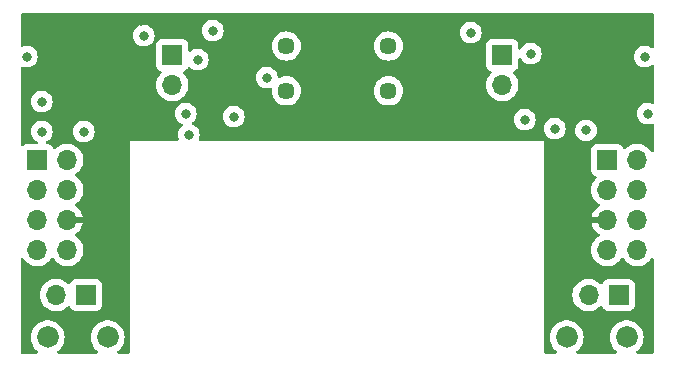
<source format=gbr>
%TF.GenerationSoftware,KiCad,Pcbnew,8.0.4*%
%TF.CreationDate,2024-08-21T15:04:29-06:00*%
%TF.ProjectId,Breadboard Power Supply,42726561-6462-46f6-9172-6420506f7765,v1*%
%TF.SameCoordinates,Original*%
%TF.FileFunction,Copper,L2,Inr*%
%TF.FilePolarity,Positive*%
%FSLAX46Y46*%
G04 Gerber Fmt 4.6, Leading zero omitted, Abs format (unit mm)*
G04 Created by KiCad (PCBNEW 8.0.4) date 2024-08-21 15:04:29*
%MOMM*%
%LPD*%
G01*
G04 APERTURE LIST*
%TA.AperFunction,ComponentPad*%
%ADD10C,1.450000*%
%TD*%
%TA.AperFunction,ComponentPad*%
%ADD11R,1.700000X1.700000*%
%TD*%
%TA.AperFunction,ComponentPad*%
%ADD12O,1.700000X1.700000*%
%TD*%
%TA.AperFunction,ComponentPad*%
%ADD13C,1.830000*%
%TD*%
%TA.AperFunction,ViaPad*%
%ADD14C,0.800000*%
%TD*%
G04 APERTURE END LIST*
D10*
%TO.N,GND*%
%TO.C,J1*%
X132592000Y-77974000D03*
X123952000Y-77974000D03*
X132592000Y-81774000D03*
X123952000Y-81774000D03*
%TD*%
D11*
%TO.N,+1V8*%
%TO.C,J4*%
X151130000Y-87630000D03*
D12*
%TO.N,/TOP_POWER_RAIL*%
X153670000Y-87630000D03*
%TO.N,+3.3V*%
X151130000Y-90170000D03*
%TO.N,/TOP_POWER_RAIL*%
X153670000Y-90170000D03*
%TO.N,VBUS*%
X151130000Y-92710000D03*
%TO.N,/TOP_POWER_RAIL*%
X153670000Y-92710000D03*
%TO.N,+12V*%
X151130000Y-95250000D03*
%TO.N,/TOP_POWER_RAIL*%
X153670000Y-95250000D03*
%TD*%
D11*
%TO.N,/BOTTOM_POWER_RAIL*%
%TO.C,J5*%
X102870000Y-87630000D03*
D12*
%TO.N,+1V8*%
X105410000Y-87630000D03*
%TO.N,/BOTTOM_POWER_RAIL*%
X102870000Y-90170000D03*
%TO.N,+3.3V*%
X105410000Y-90170000D03*
%TO.N,/BOTTOM_POWER_RAIL*%
X102870000Y-92710000D03*
%TO.N,VBUS*%
X105410000Y-92710000D03*
%TO.N,/BOTTOM_POWER_RAIL*%
X102870000Y-95250000D03*
%TO.N,+12V*%
X105410000Y-95250000D03*
%TD*%
D13*
%TO.N,GND*%
%TO.C,TP1*%
X103759000Y-102638000D03*
X108839000Y-102638000D03*
%TD*%
%TO.N,GND*%
%TO.C,TP4*%
X147701000Y-102638000D03*
X152781000Y-102638000D03*
%TD*%
D11*
%TO.N,GND*%
%TO.C,J10*%
X114300000Y-78740000D03*
D12*
X114300000Y-81280000D03*
%TD*%
D11*
%TO.N,/TOP_POWER_RAIL*%
%TO.C,J8*%
X152082500Y-99060000D03*
D12*
%TO.N,GND*%
X149542500Y-99060000D03*
%TD*%
D11*
%TO.N,GND*%
%TO.C,J11*%
X142240000Y-78740000D03*
D12*
X142240000Y-81280000D03*
%TD*%
D11*
%TO.N,/BOTTOM_POWER_RAIL*%
%TO.C,J9*%
X106997500Y-99060000D03*
D12*
%TO.N,GND*%
X104457500Y-99060000D03*
%TD*%
D14*
%TO.N,+1V8*%
X101981000Y-78867000D03*
X103251000Y-82677000D03*
%TO.N,GND*%
X154559000Y-83693000D03*
X139573000Y-76835000D03*
X149328930Y-85113070D03*
X144145000Y-84201000D03*
X119507000Y-83947000D03*
X103251000Y-85217000D03*
X106807000Y-85217000D03*
X117729000Y-76667000D03*
X115697000Y-85471000D03*
%TO.N,+3.3V*%
X154305000Y-78867000D03*
X144653000Y-78613000D03*
X146685000Y-84963000D03*
%TO.N,+1V8*%
X111887000Y-77089000D03*
%TO.N,+12V*%
X115443000Y-83693000D03*
X116459000Y-79121000D03*
X122301000Y-80645000D03*
%TO.N,VBUS*%
X126619000Y-80645000D03*
X121793000Y-76667000D03*
X129921000Y-80645000D03*
X144907000Y-81153000D03*
X111633000Y-75819000D03*
X150155000Y-83439000D03*
X122301000Y-84709000D03*
X135763000Y-78105000D03*
X121793000Y-78359000D03*
%TD*%
%TA.AperFunction,Conductor*%
%TO.N,VBUS*%
G36*
X155010039Y-75203685D02*
G01*
X155055794Y-75256489D01*
X155067000Y-75308000D01*
X155067000Y-78054294D01*
X155047315Y-78121333D01*
X154994511Y-78167088D01*
X154925353Y-78177032D01*
X154870114Y-78154612D01*
X154761752Y-78075882D01*
X154587288Y-77998206D01*
X154587286Y-77998205D01*
X154400487Y-77958500D01*
X154209513Y-77958500D01*
X154022714Y-77998205D01*
X153848246Y-78075883D01*
X153693745Y-78188135D01*
X153565959Y-78330057D01*
X153470473Y-78495443D01*
X153470470Y-78495450D01*
X153438740Y-78593106D01*
X153411458Y-78677072D01*
X153391496Y-78867000D01*
X153411458Y-79056928D01*
X153411459Y-79056931D01*
X153470470Y-79238549D01*
X153470473Y-79238556D01*
X153565960Y-79403944D01*
X153693747Y-79545866D01*
X153848248Y-79658118D01*
X154022712Y-79735794D01*
X154209513Y-79775500D01*
X154400487Y-79775500D01*
X154587288Y-79735794D01*
X154761752Y-79658118D01*
X154870116Y-79579385D01*
X154935920Y-79555907D01*
X155003974Y-79571732D01*
X155052669Y-79621837D01*
X155067000Y-79679705D01*
X155067000Y-82733756D01*
X155047315Y-82800795D01*
X154994511Y-82846550D01*
X154925353Y-82856494D01*
X154892565Y-82847036D01*
X154841288Y-82824206D01*
X154841286Y-82824205D01*
X154654487Y-82784500D01*
X154463513Y-82784500D01*
X154276714Y-82824205D01*
X154102246Y-82901883D01*
X153947745Y-83014135D01*
X153819959Y-83156057D01*
X153724473Y-83321443D01*
X153724470Y-83321450D01*
X153676816Y-83468116D01*
X153665458Y-83503072D01*
X153645496Y-83693000D01*
X153665458Y-83882928D01*
X153665459Y-83882931D01*
X153724470Y-84064549D01*
X153724473Y-84064556D01*
X153819960Y-84229944D01*
X153947747Y-84371866D01*
X154102248Y-84484118D01*
X154276712Y-84561794D01*
X154463513Y-84601500D01*
X154654487Y-84601500D01*
X154841288Y-84561794D01*
X154892565Y-84538963D01*
X154961813Y-84529679D01*
X155025090Y-84559307D01*
X155062304Y-84618441D01*
X155067000Y-84652243D01*
X155067000Y-86867976D01*
X155047315Y-86935015D01*
X154994511Y-86980770D01*
X154925353Y-86990714D01*
X154861797Y-86961689D01*
X154839192Y-86935798D01*
X154745723Y-86792734D01*
X154745715Y-86792723D01*
X154593243Y-86627097D01*
X154593238Y-86627092D01*
X154415577Y-86488812D01*
X154415572Y-86488808D01*
X154217580Y-86381661D01*
X154217577Y-86381659D01*
X154217574Y-86381658D01*
X154217571Y-86381657D01*
X154217569Y-86381656D01*
X154004637Y-86308556D01*
X153782569Y-86271500D01*
X153557431Y-86271500D01*
X153335362Y-86308556D01*
X153122430Y-86381656D01*
X153122419Y-86381661D01*
X152924427Y-86488808D01*
X152924422Y-86488812D01*
X152746761Y-86627092D01*
X152683548Y-86695760D01*
X152623661Y-86731750D01*
X152553823Y-86729649D01*
X152496207Y-86690124D01*
X152476138Y-86655110D01*
X152430889Y-86533796D01*
X152397214Y-86488812D01*
X152343261Y-86416739D01*
X152226204Y-86329111D01*
X152089203Y-86278011D01*
X152028654Y-86271500D01*
X152028638Y-86271500D01*
X150231362Y-86271500D01*
X150231345Y-86271500D01*
X150170797Y-86278011D01*
X150170795Y-86278011D01*
X150033795Y-86329111D01*
X149916739Y-86416739D01*
X149829111Y-86533795D01*
X149778011Y-86670795D01*
X149778011Y-86670797D01*
X149771500Y-86731345D01*
X149771500Y-88528654D01*
X149778011Y-88589202D01*
X149778011Y-88589204D01*
X149829111Y-88726204D01*
X149916739Y-88843261D01*
X150033796Y-88930889D01*
X150085737Y-88950262D01*
X150151595Y-88974827D01*
X150207528Y-89016699D01*
X150231944Y-89082163D01*
X150217092Y-89150436D01*
X150199490Y-89174991D01*
X150054279Y-89332730D01*
X150054276Y-89332734D01*
X149931140Y-89521207D01*
X149840703Y-89727385D01*
X149785436Y-89945628D01*
X149785434Y-89945640D01*
X149766844Y-90169994D01*
X149766844Y-90170005D01*
X149785434Y-90394359D01*
X149785436Y-90394371D01*
X149840703Y-90612614D01*
X149931140Y-90818792D01*
X150054276Y-91007265D01*
X150054284Y-91007276D01*
X150206756Y-91172902D01*
X150206760Y-91172906D01*
X150384424Y-91311189D01*
X150420930Y-91330945D01*
X150427695Y-91334606D01*
X150477286Y-91383825D01*
X150492394Y-91452042D01*
X150468224Y-91517597D01*
X150439802Y-91545236D01*
X150258922Y-91671890D01*
X150258920Y-91671891D01*
X150091891Y-91838920D01*
X150091886Y-91838926D01*
X149956400Y-92032420D01*
X149956399Y-92032422D01*
X149856570Y-92246507D01*
X149856567Y-92246513D01*
X149799364Y-92459999D01*
X149799364Y-92460000D01*
X150696988Y-92460000D01*
X150664075Y-92517007D01*
X150630000Y-92644174D01*
X150630000Y-92775826D01*
X150664075Y-92902993D01*
X150696988Y-92960000D01*
X149799364Y-92960000D01*
X149856567Y-93173486D01*
X149856570Y-93173492D01*
X149956399Y-93387578D01*
X150091894Y-93581082D01*
X150258917Y-93748105D01*
X150439802Y-93874763D01*
X150483427Y-93929340D01*
X150490619Y-93998839D01*
X150459097Y-94061193D01*
X150427697Y-94085392D01*
X150384427Y-94108809D01*
X150384422Y-94108812D01*
X150206761Y-94247092D01*
X150206756Y-94247097D01*
X150054284Y-94412723D01*
X150054276Y-94412734D01*
X149931140Y-94601207D01*
X149840703Y-94807385D01*
X149785436Y-95025628D01*
X149785434Y-95025640D01*
X149766844Y-95249994D01*
X149766844Y-95250005D01*
X149785434Y-95474359D01*
X149785436Y-95474371D01*
X149840703Y-95692614D01*
X149931140Y-95898792D01*
X150054276Y-96087265D01*
X150054284Y-96087276D01*
X150206756Y-96252902D01*
X150206760Y-96252906D01*
X150384424Y-96391189D01*
X150384425Y-96391189D01*
X150384427Y-96391191D01*
X150511135Y-96459761D01*
X150582426Y-96498342D01*
X150795365Y-96571444D01*
X151017431Y-96608500D01*
X151242569Y-96608500D01*
X151464635Y-96571444D01*
X151677574Y-96498342D01*
X151875576Y-96391189D01*
X152053240Y-96252906D01*
X152205722Y-96087268D01*
X152296193Y-95948790D01*
X152349338Y-95903437D01*
X152418569Y-95894013D01*
X152481905Y-95923515D01*
X152503804Y-95948787D01*
X152594278Y-96087268D01*
X152594283Y-96087273D01*
X152594284Y-96087276D01*
X152746756Y-96252902D01*
X152746760Y-96252906D01*
X152924424Y-96391189D01*
X152924425Y-96391189D01*
X152924427Y-96391191D01*
X153051135Y-96459761D01*
X153122426Y-96498342D01*
X153335365Y-96571444D01*
X153557431Y-96608500D01*
X153782569Y-96608500D01*
X154004635Y-96571444D01*
X154217574Y-96498342D01*
X154415576Y-96391189D01*
X154593240Y-96252906D01*
X154745722Y-96087268D01*
X154839193Y-95944198D01*
X154892338Y-95898845D01*
X154961569Y-95889421D01*
X155024905Y-95918923D01*
X155062236Y-95977983D01*
X155067000Y-96012023D01*
X155067000Y-103889000D01*
X155047315Y-103956039D01*
X154994511Y-104001794D01*
X154943000Y-104013000D01*
X153693201Y-104013000D01*
X153626162Y-103993315D01*
X153580407Y-103940511D01*
X153570463Y-103871353D01*
X153599488Y-103807797D01*
X153617039Y-103791147D01*
X153656632Y-103760329D01*
X153748415Y-103688893D01*
X153908192Y-103515329D01*
X154037222Y-103317833D01*
X154131985Y-103101794D01*
X154189898Y-102873103D01*
X154209379Y-102638000D01*
X154189898Y-102402897D01*
X154131985Y-102174206D01*
X154037222Y-101958167D01*
X153908194Y-101760673D01*
X153880620Y-101730719D01*
X153748415Y-101587107D01*
X153748410Y-101587103D01*
X153748407Y-101587100D01*
X153562257Y-101442214D01*
X153562246Y-101442207D01*
X153354779Y-101329932D01*
X153354776Y-101329931D01*
X153354773Y-101329929D01*
X153354767Y-101329927D01*
X153354765Y-101329926D01*
X153131648Y-101253329D01*
X152898955Y-101214500D01*
X152663045Y-101214500D01*
X152430351Y-101253329D01*
X152207234Y-101329926D01*
X152207220Y-101329932D01*
X151999753Y-101442207D01*
X151999742Y-101442214D01*
X151813592Y-101587100D01*
X151813582Y-101587110D01*
X151653805Y-101760673D01*
X151524777Y-101958167D01*
X151430015Y-102174206D01*
X151372102Y-102402896D01*
X151372100Y-102402904D01*
X151352621Y-102637994D01*
X151352621Y-102638005D01*
X151372100Y-102873095D01*
X151372102Y-102873103D01*
X151430015Y-103101793D01*
X151524777Y-103317832D01*
X151653805Y-103515326D01*
X151653808Y-103515329D01*
X151813585Y-103688893D01*
X151873840Y-103735791D01*
X151944961Y-103791147D01*
X151985774Y-103847857D01*
X151989449Y-103917630D01*
X151954817Y-103978313D01*
X151892876Y-104010640D01*
X151868799Y-104013000D01*
X148613201Y-104013000D01*
X148546162Y-103993315D01*
X148500407Y-103940511D01*
X148490463Y-103871353D01*
X148519488Y-103807797D01*
X148537039Y-103791147D01*
X148576632Y-103760329D01*
X148668415Y-103688893D01*
X148828192Y-103515329D01*
X148957222Y-103317833D01*
X149051985Y-103101794D01*
X149109898Y-102873103D01*
X149129379Y-102638000D01*
X149109898Y-102402897D01*
X149051985Y-102174206D01*
X148957222Y-101958167D01*
X148828194Y-101760673D01*
X148800620Y-101730719D01*
X148668415Y-101587107D01*
X148668410Y-101587103D01*
X148668407Y-101587100D01*
X148482257Y-101442214D01*
X148482246Y-101442207D01*
X148274779Y-101329932D01*
X148274776Y-101329931D01*
X148274773Y-101329929D01*
X148274767Y-101329927D01*
X148274765Y-101329926D01*
X148051648Y-101253329D01*
X147818955Y-101214500D01*
X147583045Y-101214500D01*
X147350351Y-101253329D01*
X147127234Y-101329926D01*
X147127220Y-101329932D01*
X146919753Y-101442207D01*
X146919742Y-101442214D01*
X146733592Y-101587100D01*
X146733582Y-101587110D01*
X146573805Y-101760673D01*
X146444777Y-101958167D01*
X146350015Y-102174206D01*
X146292102Y-102402896D01*
X146292100Y-102402904D01*
X146272621Y-102637994D01*
X146272621Y-102638005D01*
X146292100Y-102873095D01*
X146292102Y-102873103D01*
X146350015Y-103101793D01*
X146444777Y-103317832D01*
X146573805Y-103515326D01*
X146573808Y-103515329D01*
X146733585Y-103688893D01*
X146793840Y-103735791D01*
X146864961Y-103791147D01*
X146905774Y-103847857D01*
X146909449Y-103917630D01*
X146874817Y-103978313D01*
X146812876Y-104010640D01*
X146788799Y-104013000D01*
X145920000Y-104013000D01*
X145852961Y-103993315D01*
X145807206Y-103940511D01*
X145796000Y-103889000D01*
X145796000Y-99059994D01*
X148179344Y-99059994D01*
X148179344Y-99060005D01*
X148197934Y-99284359D01*
X148197936Y-99284371D01*
X148253203Y-99502614D01*
X148343640Y-99708792D01*
X148466776Y-99897265D01*
X148466784Y-99897276D01*
X148593467Y-100034888D01*
X148619260Y-100062906D01*
X148796924Y-100201189D01*
X148796925Y-100201189D01*
X148796927Y-100201191D01*
X148923635Y-100269761D01*
X148994926Y-100308342D01*
X149207865Y-100381444D01*
X149429931Y-100418500D01*
X149655069Y-100418500D01*
X149877135Y-100381444D01*
X150090074Y-100308342D01*
X150288076Y-100201189D01*
X150465740Y-100062906D01*
X150528952Y-99994239D01*
X150588837Y-99958250D01*
X150658675Y-99960349D01*
X150716291Y-99999873D01*
X150736361Y-100034888D01*
X150781611Y-100156204D01*
X150869239Y-100273261D01*
X150986296Y-100360889D01*
X151123299Y-100411989D01*
X151150550Y-100414918D01*
X151183845Y-100418499D01*
X151183862Y-100418500D01*
X152981138Y-100418500D01*
X152981154Y-100418499D01*
X153008192Y-100415591D01*
X153041701Y-100411989D01*
X153178704Y-100360889D01*
X153295761Y-100273261D01*
X153383389Y-100156204D01*
X153434489Y-100019201D01*
X153438091Y-99985692D01*
X153440999Y-99958654D01*
X153441000Y-99958637D01*
X153441000Y-98161362D01*
X153440999Y-98161345D01*
X153437172Y-98125759D01*
X153434489Y-98100799D01*
X153383389Y-97963796D01*
X153295761Y-97846739D01*
X153178704Y-97759111D01*
X153041703Y-97708011D01*
X152981154Y-97701500D01*
X152981138Y-97701500D01*
X151183862Y-97701500D01*
X151183845Y-97701500D01*
X151123297Y-97708011D01*
X151123295Y-97708011D01*
X150986295Y-97759111D01*
X150869239Y-97846739D01*
X150781611Y-97963795D01*
X150736361Y-98085111D01*
X150694489Y-98141044D01*
X150629024Y-98165460D01*
X150560752Y-98150607D01*
X150528954Y-98125762D01*
X150465740Y-98057094D01*
X150288076Y-97918811D01*
X150288075Y-97918810D01*
X150288072Y-97918808D01*
X150090080Y-97811661D01*
X150090077Y-97811659D01*
X150090074Y-97811658D01*
X150090071Y-97811657D01*
X150090069Y-97811656D01*
X149877137Y-97738556D01*
X149655069Y-97701500D01*
X149429931Y-97701500D01*
X149207862Y-97738556D01*
X148994930Y-97811656D01*
X148994919Y-97811661D01*
X148796927Y-97918808D01*
X148796922Y-97918812D01*
X148619261Y-98057092D01*
X148619256Y-98057097D01*
X148466784Y-98222723D01*
X148466776Y-98222734D01*
X148343640Y-98411207D01*
X148253203Y-98617385D01*
X148197936Y-98835628D01*
X148197934Y-98835640D01*
X148179344Y-99059994D01*
X145796000Y-99059994D01*
X145796000Y-85979000D01*
X116657865Y-85979000D01*
X116590826Y-85959315D01*
X116545071Y-85906511D01*
X116535127Y-85837353D01*
X116539934Y-85816682D01*
X116590542Y-85660928D01*
X116610504Y-85471000D01*
X116590542Y-85281072D01*
X116531527Y-85099444D01*
X116436040Y-84934056D01*
X116308253Y-84792134D01*
X116153752Y-84679882D01*
X116025400Y-84622736D01*
X115972163Y-84577486D01*
X115951842Y-84510637D01*
X115970887Y-84443414D01*
X116002951Y-84409139D01*
X116054253Y-84371866D01*
X116182040Y-84229944D01*
X116277527Y-84064556D01*
X116315724Y-83947000D01*
X118593496Y-83947000D01*
X118613458Y-84136928D01*
X118613459Y-84136931D01*
X118672470Y-84318549D01*
X118672473Y-84318556D01*
X118767960Y-84483944D01*
X118838692Y-84562500D01*
X118892929Y-84622737D01*
X118895747Y-84625866D01*
X119050248Y-84738118D01*
X119224712Y-84815794D01*
X119411513Y-84855500D01*
X119602487Y-84855500D01*
X119789288Y-84815794D01*
X119963752Y-84738118D01*
X120118253Y-84625866D01*
X120246040Y-84483944D01*
X120341527Y-84318556D01*
X120379724Y-84201000D01*
X143231496Y-84201000D01*
X143251458Y-84390928D01*
X143251459Y-84390931D01*
X143310470Y-84572549D01*
X143310473Y-84572556D01*
X143405960Y-84737944D01*
X143533747Y-84879866D01*
X143688248Y-84992118D01*
X143862712Y-85069794D01*
X144049513Y-85109500D01*
X144240487Y-85109500D01*
X144427288Y-85069794D01*
X144601752Y-84992118D01*
X144641829Y-84963000D01*
X145771496Y-84963000D01*
X145791458Y-85152928D01*
X145791459Y-85152931D01*
X145850470Y-85334549D01*
X145850473Y-85334556D01*
X145945960Y-85499944D01*
X146073747Y-85641866D01*
X146228248Y-85754118D01*
X146402712Y-85831794D01*
X146589513Y-85871500D01*
X146780487Y-85871500D01*
X146967288Y-85831794D01*
X147141752Y-85754118D01*
X147296253Y-85641866D01*
X147424040Y-85499944D01*
X147519527Y-85334556D01*
X147578542Y-85152928D01*
X147582731Y-85113070D01*
X148415426Y-85113070D01*
X148435388Y-85302998D01*
X148435389Y-85303001D01*
X148494400Y-85484619D01*
X148494403Y-85484626D01*
X148589890Y-85650014D01*
X148717677Y-85791936D01*
X148872178Y-85904188D01*
X149046642Y-85981864D01*
X149233443Y-86021570D01*
X149424417Y-86021570D01*
X149611218Y-85981864D01*
X149785682Y-85904188D01*
X149940183Y-85791936D01*
X150067970Y-85650014D01*
X150163457Y-85484626D01*
X150222472Y-85302998D01*
X150242434Y-85113070D01*
X150222472Y-84923142D01*
X150163457Y-84741514D01*
X150067970Y-84576126D01*
X149940183Y-84434204D01*
X149785682Y-84321952D01*
X149611218Y-84244276D01*
X149611216Y-84244275D01*
X149424417Y-84204570D01*
X149233443Y-84204570D01*
X149046644Y-84244275D01*
X149046642Y-84244276D01*
X148879822Y-84318549D01*
X148872176Y-84321953D01*
X148717675Y-84434205D01*
X148589889Y-84576127D01*
X148494403Y-84741513D01*
X148494400Y-84741520D01*
X148457366Y-84855500D01*
X148435388Y-84923142D01*
X148415426Y-85113070D01*
X147582731Y-85113070D01*
X147598504Y-84963000D01*
X147578542Y-84773072D01*
X147519527Y-84591444D01*
X147424040Y-84426056D01*
X147296253Y-84284134D01*
X147141752Y-84171882D01*
X146967288Y-84094206D01*
X146967286Y-84094205D01*
X146780487Y-84054500D01*
X146589513Y-84054500D01*
X146402714Y-84094205D01*
X146228246Y-84171883D01*
X146073745Y-84284135D01*
X145945959Y-84426057D01*
X145850473Y-84591443D01*
X145850470Y-84591450D01*
X145791459Y-84773068D01*
X145791458Y-84773072D01*
X145771496Y-84963000D01*
X144641829Y-84963000D01*
X144756253Y-84879866D01*
X144884040Y-84737944D01*
X144979527Y-84572556D01*
X145038542Y-84390928D01*
X145058504Y-84201000D01*
X145038542Y-84011072D01*
X144979527Y-83829444D01*
X144884040Y-83664056D01*
X144756253Y-83522134D01*
X144601752Y-83409882D01*
X144427288Y-83332206D01*
X144427286Y-83332205D01*
X144240487Y-83292500D01*
X144049513Y-83292500D01*
X143862714Y-83332205D01*
X143688246Y-83409883D01*
X143533745Y-83522135D01*
X143405959Y-83664057D01*
X143310473Y-83829443D01*
X143310470Y-83829450D01*
X143272276Y-83947000D01*
X143251458Y-84011072D01*
X143231496Y-84201000D01*
X120379724Y-84201000D01*
X120400542Y-84136928D01*
X120420504Y-83947000D01*
X120400542Y-83757072D01*
X120341527Y-83575444D01*
X120246040Y-83410056D01*
X120118253Y-83268134D01*
X119963752Y-83155882D01*
X119789288Y-83078206D01*
X119789286Y-83078205D01*
X119602487Y-83038500D01*
X119411513Y-83038500D01*
X119224714Y-83078205D01*
X119050246Y-83155883D01*
X118895745Y-83268135D01*
X118767959Y-83410057D01*
X118672473Y-83575443D01*
X118672470Y-83575450D01*
X118634276Y-83693000D01*
X118613458Y-83757072D01*
X118593496Y-83947000D01*
X116315724Y-83947000D01*
X116336542Y-83882928D01*
X116356504Y-83693000D01*
X116336542Y-83503072D01*
X116277527Y-83321444D01*
X116182040Y-83156056D01*
X116054253Y-83014134D01*
X115899752Y-82901882D01*
X115725288Y-82824206D01*
X115725286Y-82824205D01*
X115538487Y-82784500D01*
X115347513Y-82784500D01*
X115160714Y-82824205D01*
X114986246Y-82901883D01*
X114831745Y-83014135D01*
X114703959Y-83156057D01*
X114608473Y-83321443D01*
X114608470Y-83321450D01*
X114560816Y-83468116D01*
X114549458Y-83503072D01*
X114529496Y-83693000D01*
X114549458Y-83882928D01*
X114549459Y-83882931D01*
X114608470Y-84064549D01*
X114608473Y-84064556D01*
X114703960Y-84229944D01*
X114831747Y-84371866D01*
X114986248Y-84484118D01*
X115114600Y-84541263D01*
X115167835Y-84586512D01*
X115188157Y-84653361D01*
X115169112Y-84720585D01*
X115137050Y-84754859D01*
X115085746Y-84792134D01*
X114957959Y-84934057D01*
X114862473Y-85099443D01*
X114862470Y-85099450D01*
X114824276Y-85217000D01*
X114803458Y-85281072D01*
X114783496Y-85471000D01*
X114803458Y-85660928D01*
X114803459Y-85660931D01*
X114854066Y-85816682D01*
X114856061Y-85886523D01*
X114819981Y-85946356D01*
X114757280Y-85977184D01*
X114736135Y-85979000D01*
X110744000Y-85979000D01*
X110744000Y-103889000D01*
X110724315Y-103956039D01*
X110671511Y-104001794D01*
X110620000Y-104013000D01*
X109751201Y-104013000D01*
X109684162Y-103993315D01*
X109638407Y-103940511D01*
X109628463Y-103871353D01*
X109657488Y-103807797D01*
X109675039Y-103791147D01*
X109714632Y-103760329D01*
X109806415Y-103688893D01*
X109966192Y-103515329D01*
X110095222Y-103317833D01*
X110189985Y-103101794D01*
X110247898Y-102873103D01*
X110267379Y-102638000D01*
X110247898Y-102402897D01*
X110189985Y-102174206D01*
X110095222Y-101958167D01*
X109966194Y-101760673D01*
X109938620Y-101730719D01*
X109806415Y-101587107D01*
X109806410Y-101587103D01*
X109806407Y-101587100D01*
X109620257Y-101442214D01*
X109620246Y-101442207D01*
X109412779Y-101329932D01*
X109412776Y-101329931D01*
X109412773Y-101329929D01*
X109412767Y-101329927D01*
X109412765Y-101329926D01*
X109189648Y-101253329D01*
X108956955Y-101214500D01*
X108721045Y-101214500D01*
X108488351Y-101253329D01*
X108265234Y-101329926D01*
X108265220Y-101329932D01*
X108057753Y-101442207D01*
X108057742Y-101442214D01*
X107871592Y-101587100D01*
X107871582Y-101587110D01*
X107711805Y-101760673D01*
X107582777Y-101958167D01*
X107488015Y-102174206D01*
X107430102Y-102402896D01*
X107430100Y-102402904D01*
X107410621Y-102637994D01*
X107410621Y-102638005D01*
X107430100Y-102873095D01*
X107430102Y-102873103D01*
X107488015Y-103101793D01*
X107582777Y-103317832D01*
X107711805Y-103515326D01*
X107711808Y-103515329D01*
X107871585Y-103688893D01*
X107931840Y-103735791D01*
X108002961Y-103791147D01*
X108043774Y-103847857D01*
X108047449Y-103917630D01*
X108012817Y-103978313D01*
X107950876Y-104010640D01*
X107926799Y-104013000D01*
X104671201Y-104013000D01*
X104604162Y-103993315D01*
X104558407Y-103940511D01*
X104548463Y-103871353D01*
X104577488Y-103807797D01*
X104595039Y-103791147D01*
X104634632Y-103760329D01*
X104726415Y-103688893D01*
X104886192Y-103515329D01*
X105015222Y-103317833D01*
X105109985Y-103101794D01*
X105167898Y-102873103D01*
X105187379Y-102638000D01*
X105167898Y-102402897D01*
X105109985Y-102174206D01*
X105015222Y-101958167D01*
X104886194Y-101760673D01*
X104858620Y-101730719D01*
X104726415Y-101587107D01*
X104726410Y-101587103D01*
X104726407Y-101587100D01*
X104540257Y-101442214D01*
X104540246Y-101442207D01*
X104332779Y-101329932D01*
X104332776Y-101329931D01*
X104332773Y-101329929D01*
X104332767Y-101329927D01*
X104332765Y-101329926D01*
X104109648Y-101253329D01*
X103876955Y-101214500D01*
X103641045Y-101214500D01*
X103408351Y-101253329D01*
X103185234Y-101329926D01*
X103185220Y-101329932D01*
X102977753Y-101442207D01*
X102977742Y-101442214D01*
X102791592Y-101587100D01*
X102791582Y-101587110D01*
X102631805Y-101760673D01*
X102502777Y-101958167D01*
X102408015Y-102174206D01*
X102350102Y-102402896D01*
X102350100Y-102402904D01*
X102330621Y-102637994D01*
X102330621Y-102638005D01*
X102350100Y-102873095D01*
X102350102Y-102873103D01*
X102408015Y-103101793D01*
X102502777Y-103317832D01*
X102631805Y-103515326D01*
X102631808Y-103515329D01*
X102791585Y-103688893D01*
X102851840Y-103735791D01*
X102922961Y-103791147D01*
X102963774Y-103847857D01*
X102967449Y-103917630D01*
X102932817Y-103978313D01*
X102870876Y-104010640D01*
X102846799Y-104013000D01*
X101597000Y-104013000D01*
X101529961Y-103993315D01*
X101484206Y-103940511D01*
X101473000Y-103889000D01*
X101473000Y-99059994D01*
X103094344Y-99059994D01*
X103094344Y-99060005D01*
X103112934Y-99284359D01*
X103112936Y-99284371D01*
X103168203Y-99502614D01*
X103258640Y-99708792D01*
X103381776Y-99897265D01*
X103381784Y-99897276D01*
X103508467Y-100034888D01*
X103534260Y-100062906D01*
X103711924Y-100201189D01*
X103711925Y-100201189D01*
X103711927Y-100201191D01*
X103838635Y-100269761D01*
X103909926Y-100308342D01*
X104122865Y-100381444D01*
X104344931Y-100418500D01*
X104570069Y-100418500D01*
X104792135Y-100381444D01*
X105005074Y-100308342D01*
X105203076Y-100201189D01*
X105380740Y-100062906D01*
X105443952Y-99994239D01*
X105503837Y-99958250D01*
X105573675Y-99960349D01*
X105631291Y-99999873D01*
X105651361Y-100034888D01*
X105696611Y-100156204D01*
X105784239Y-100273261D01*
X105901296Y-100360889D01*
X106038299Y-100411989D01*
X106065550Y-100414918D01*
X106098845Y-100418499D01*
X106098862Y-100418500D01*
X107896138Y-100418500D01*
X107896154Y-100418499D01*
X107923192Y-100415591D01*
X107956701Y-100411989D01*
X108093704Y-100360889D01*
X108210761Y-100273261D01*
X108298389Y-100156204D01*
X108349489Y-100019201D01*
X108353091Y-99985692D01*
X108355999Y-99958654D01*
X108356000Y-99958637D01*
X108356000Y-98161362D01*
X108355999Y-98161345D01*
X108352172Y-98125759D01*
X108349489Y-98100799D01*
X108298389Y-97963796D01*
X108210761Y-97846739D01*
X108093704Y-97759111D01*
X107956703Y-97708011D01*
X107896154Y-97701500D01*
X107896138Y-97701500D01*
X106098862Y-97701500D01*
X106098845Y-97701500D01*
X106038297Y-97708011D01*
X106038295Y-97708011D01*
X105901295Y-97759111D01*
X105784239Y-97846739D01*
X105696611Y-97963795D01*
X105651361Y-98085111D01*
X105609489Y-98141044D01*
X105544024Y-98165460D01*
X105475752Y-98150607D01*
X105443954Y-98125762D01*
X105380740Y-98057094D01*
X105203076Y-97918811D01*
X105203075Y-97918810D01*
X105203072Y-97918808D01*
X105005080Y-97811661D01*
X105005077Y-97811659D01*
X105005074Y-97811658D01*
X105005071Y-97811657D01*
X105005069Y-97811656D01*
X104792137Y-97738556D01*
X104570069Y-97701500D01*
X104344931Y-97701500D01*
X104122862Y-97738556D01*
X103909930Y-97811656D01*
X103909919Y-97811661D01*
X103711927Y-97918808D01*
X103711922Y-97918812D01*
X103534261Y-98057092D01*
X103534256Y-98057097D01*
X103381784Y-98222723D01*
X103381776Y-98222734D01*
X103258640Y-98411207D01*
X103168203Y-98617385D01*
X103112936Y-98835628D01*
X103112934Y-98835640D01*
X103094344Y-99059994D01*
X101473000Y-99059994D01*
X101473000Y-96012023D01*
X101492685Y-95944984D01*
X101545489Y-95899229D01*
X101614647Y-95889285D01*
X101678203Y-95918310D01*
X101700804Y-95944195D01*
X101794278Y-96087268D01*
X101794283Y-96087273D01*
X101794284Y-96087276D01*
X101946756Y-96252902D01*
X101946760Y-96252906D01*
X102124424Y-96391189D01*
X102124425Y-96391189D01*
X102124427Y-96391191D01*
X102251135Y-96459761D01*
X102322426Y-96498342D01*
X102535365Y-96571444D01*
X102757431Y-96608500D01*
X102982569Y-96608500D01*
X103204635Y-96571444D01*
X103417574Y-96498342D01*
X103615576Y-96391189D01*
X103793240Y-96252906D01*
X103945722Y-96087268D01*
X104036193Y-95948790D01*
X104089338Y-95903437D01*
X104158569Y-95894013D01*
X104221905Y-95923515D01*
X104243804Y-95948787D01*
X104334278Y-96087268D01*
X104334283Y-96087273D01*
X104334284Y-96087276D01*
X104486756Y-96252902D01*
X104486760Y-96252906D01*
X104664424Y-96391189D01*
X104664425Y-96391189D01*
X104664427Y-96391191D01*
X104791135Y-96459761D01*
X104862426Y-96498342D01*
X105075365Y-96571444D01*
X105297431Y-96608500D01*
X105522569Y-96608500D01*
X105744635Y-96571444D01*
X105957574Y-96498342D01*
X106155576Y-96391189D01*
X106333240Y-96252906D01*
X106485722Y-96087268D01*
X106608860Y-95898791D01*
X106699296Y-95692616D01*
X106754564Y-95474368D01*
X106773156Y-95250000D01*
X106754564Y-95025632D01*
X106699296Y-94807384D01*
X106608860Y-94601209D01*
X106595706Y-94581076D01*
X106485723Y-94412734D01*
X106485715Y-94412723D01*
X106333243Y-94247097D01*
X106333238Y-94247092D01*
X106155577Y-94108812D01*
X106155577Y-94108811D01*
X106112303Y-94085393D01*
X106062713Y-94036173D01*
X106047605Y-93967957D01*
X106071775Y-93902401D01*
X106100198Y-93874763D01*
X106281079Y-93748108D01*
X106448105Y-93581082D01*
X106583600Y-93387578D01*
X106683429Y-93173492D01*
X106683432Y-93173486D01*
X106740636Y-92960000D01*
X105843012Y-92960000D01*
X105875925Y-92902993D01*
X105910000Y-92775826D01*
X105910000Y-92644174D01*
X105875925Y-92517007D01*
X105843012Y-92460000D01*
X106740636Y-92460000D01*
X106740635Y-92459999D01*
X106683432Y-92246513D01*
X106683429Y-92246507D01*
X106583600Y-92032422D01*
X106583599Y-92032420D01*
X106448113Y-91838926D01*
X106448108Y-91838920D01*
X106281082Y-91671894D01*
X106100197Y-91545236D01*
X106056572Y-91490659D01*
X106049380Y-91421160D01*
X106080902Y-91358806D01*
X106112300Y-91334608D01*
X106155576Y-91311189D01*
X106333240Y-91172906D01*
X106485722Y-91007268D01*
X106608860Y-90818791D01*
X106699296Y-90612616D01*
X106754564Y-90394368D01*
X106773156Y-90170000D01*
X106754564Y-89945632D01*
X106699296Y-89727384D01*
X106608860Y-89521209D01*
X106595706Y-89501076D01*
X106485723Y-89332734D01*
X106485715Y-89332723D01*
X106333243Y-89167097D01*
X106333238Y-89167092D01*
X106155577Y-89028812D01*
X106155578Y-89028812D01*
X106155576Y-89028811D01*
X106119070Y-89009055D01*
X106069479Y-88959836D01*
X106054371Y-88891619D01*
X106078541Y-88826064D01*
X106119070Y-88790945D01*
X106119084Y-88790936D01*
X106155576Y-88771189D01*
X106333240Y-88632906D01*
X106485722Y-88467268D01*
X106608860Y-88278791D01*
X106699296Y-88072616D01*
X106754564Y-87854368D01*
X106773156Y-87630000D01*
X106754564Y-87405632D01*
X106699296Y-87187384D01*
X106608860Y-86981209D01*
X106485722Y-86792732D01*
X106485719Y-86792729D01*
X106485715Y-86792723D01*
X106333243Y-86627097D01*
X106333238Y-86627092D01*
X106155577Y-86488812D01*
X106155572Y-86488808D01*
X105957580Y-86381661D01*
X105957577Y-86381659D01*
X105957574Y-86381658D01*
X105957571Y-86381657D01*
X105957569Y-86381656D01*
X105744637Y-86308556D01*
X105522569Y-86271500D01*
X105297431Y-86271500D01*
X105075362Y-86308556D01*
X104862430Y-86381656D01*
X104862419Y-86381661D01*
X104664427Y-86488808D01*
X104664422Y-86488812D01*
X104486761Y-86627092D01*
X104423548Y-86695760D01*
X104363661Y-86731750D01*
X104293823Y-86729649D01*
X104236207Y-86690124D01*
X104216138Y-86655110D01*
X104170889Y-86533796D01*
X104137214Y-86488812D01*
X104083261Y-86416739D01*
X103966204Y-86329111D01*
X103829203Y-86278011D01*
X103768654Y-86271500D01*
X103768638Y-86271500D01*
X103699559Y-86271500D01*
X103632520Y-86251815D01*
X103586765Y-86199011D01*
X103576821Y-86129853D01*
X103605846Y-86066297D01*
X103649121Y-86034221D01*
X103707752Y-86008118D01*
X103862253Y-85895866D01*
X103990040Y-85753944D01*
X104085527Y-85588556D01*
X104144542Y-85406928D01*
X104164504Y-85217000D01*
X105893496Y-85217000D01*
X105913458Y-85406928D01*
X105913459Y-85406931D01*
X105972470Y-85588549D01*
X105972473Y-85588556D01*
X106067960Y-85753944D01*
X106143062Y-85837353D01*
X106187334Y-85886523D01*
X106195747Y-85895866D01*
X106350248Y-86008118D01*
X106524712Y-86085794D01*
X106711513Y-86125500D01*
X106902487Y-86125500D01*
X107089288Y-86085794D01*
X107263752Y-86008118D01*
X107418253Y-85895866D01*
X107546040Y-85753944D01*
X107641527Y-85588556D01*
X107700542Y-85406928D01*
X107720504Y-85217000D01*
X107700542Y-85027072D01*
X107641527Y-84845444D01*
X107546040Y-84680056D01*
X107430981Y-84552270D01*
X107418254Y-84538135D01*
X107406616Y-84529679D01*
X107263752Y-84425882D01*
X107089288Y-84348206D01*
X107089286Y-84348205D01*
X106902487Y-84308500D01*
X106711513Y-84308500D01*
X106524714Y-84348205D01*
X106350246Y-84425883D01*
X106195745Y-84538135D01*
X106067959Y-84680057D01*
X105972473Y-84845443D01*
X105972470Y-84845450D01*
X105934276Y-84963000D01*
X105913458Y-85027072D01*
X105893496Y-85217000D01*
X104164504Y-85217000D01*
X104144542Y-85027072D01*
X104085527Y-84845444D01*
X103990040Y-84680056D01*
X103874981Y-84552270D01*
X103862254Y-84538135D01*
X103850616Y-84529679D01*
X103707752Y-84425882D01*
X103533288Y-84348206D01*
X103533286Y-84348205D01*
X103346487Y-84308500D01*
X103155513Y-84308500D01*
X102968714Y-84348205D01*
X102794246Y-84425883D01*
X102639745Y-84538135D01*
X102511959Y-84680057D01*
X102416473Y-84845443D01*
X102416470Y-84845450D01*
X102378276Y-84963000D01*
X102357458Y-85027072D01*
X102337496Y-85217000D01*
X102357458Y-85406928D01*
X102357459Y-85406931D01*
X102416470Y-85588549D01*
X102416473Y-85588556D01*
X102511960Y-85753944D01*
X102587062Y-85837353D01*
X102631334Y-85886523D01*
X102639747Y-85895866D01*
X102794248Y-86008118D01*
X102852877Y-86034221D01*
X102906113Y-86079470D01*
X102926435Y-86146319D01*
X102907390Y-86213543D01*
X102855024Y-86259799D01*
X102802441Y-86271500D01*
X101971345Y-86271500D01*
X101910797Y-86278011D01*
X101910795Y-86278011D01*
X101773795Y-86329111D01*
X101724530Y-86365991D01*
X101671309Y-86405831D01*
X101605847Y-86430248D01*
X101537574Y-86415396D01*
X101488168Y-86365991D01*
X101473000Y-86306564D01*
X101473000Y-82677000D01*
X102337496Y-82677000D01*
X102357458Y-82866928D01*
X102357459Y-82866931D01*
X102416470Y-83048549D01*
X102416473Y-83048556D01*
X102511960Y-83213944D01*
X102639747Y-83355866D01*
X102794248Y-83468118D01*
X102968712Y-83545794D01*
X103155513Y-83585500D01*
X103346487Y-83585500D01*
X103533288Y-83545794D01*
X103707752Y-83468118D01*
X103862253Y-83355866D01*
X103990040Y-83213944D01*
X104085527Y-83048556D01*
X104144542Y-82866928D01*
X104164504Y-82677000D01*
X104144542Y-82487072D01*
X104085527Y-82305444D01*
X103990040Y-82140056D01*
X103862253Y-81998134D01*
X103707752Y-81885882D01*
X103533288Y-81808206D01*
X103533286Y-81808205D01*
X103346487Y-81768500D01*
X103155513Y-81768500D01*
X102968714Y-81808205D01*
X102794246Y-81885883D01*
X102639745Y-81998135D01*
X102511959Y-82140057D01*
X102416473Y-82305443D01*
X102416470Y-82305450D01*
X102378864Y-82421191D01*
X102357458Y-82487072D01*
X102337496Y-82677000D01*
X101473000Y-82677000D01*
X101473000Y-81279994D01*
X112936844Y-81279994D01*
X112936844Y-81280005D01*
X112955434Y-81504359D01*
X112955436Y-81504371D01*
X113010703Y-81722614D01*
X113101140Y-81928792D01*
X113224276Y-82117265D01*
X113224284Y-82117276D01*
X113376756Y-82282902D01*
X113376760Y-82282906D01*
X113554424Y-82421189D01*
X113554425Y-82421189D01*
X113554427Y-82421191D01*
X113676158Y-82487068D01*
X113752426Y-82528342D01*
X113965365Y-82601444D01*
X114187431Y-82638500D01*
X114412569Y-82638500D01*
X114634635Y-82601444D01*
X114847574Y-82528342D01*
X115045576Y-82421189D01*
X115223240Y-82282906D01*
X115375722Y-82117268D01*
X115498860Y-81928791D01*
X115589296Y-81722616D01*
X115644564Y-81504368D01*
X115644565Y-81504359D01*
X115663156Y-81280005D01*
X115663156Y-81279994D01*
X115644565Y-81055640D01*
X115644563Y-81055628D01*
X115589296Y-80837385D01*
X115588218Y-80834928D01*
X115504909Y-80645000D01*
X121387496Y-80645000D01*
X121407458Y-80834928D01*
X121407459Y-80834931D01*
X121466470Y-81016549D01*
X121466473Y-81016556D01*
X121561960Y-81181944D01*
X121689747Y-81323866D01*
X121844248Y-81436118D01*
X122018712Y-81513794D01*
X122205513Y-81553500D01*
X122396487Y-81553500D01*
X122575543Y-81515440D01*
X122645209Y-81520756D01*
X122700942Y-81562893D01*
X122725048Y-81628472D01*
X122724851Y-81647536D01*
X122713788Y-81773996D01*
X122713788Y-81774001D01*
X122732598Y-81989007D01*
X122732600Y-81989018D01*
X122788458Y-82197485D01*
X122788460Y-82197489D01*
X122788461Y-82197493D01*
X122828288Y-82282902D01*
X122879676Y-82393105D01*
X122899341Y-82421189D01*
X123003475Y-82569907D01*
X123156093Y-82722525D01*
X123332894Y-82846323D01*
X123528507Y-82937539D01*
X123736987Y-82993401D01*
X123890567Y-83006837D01*
X123951998Y-83012212D01*
X123952000Y-83012212D01*
X123952002Y-83012212D01*
X124005753Y-83007509D01*
X124167013Y-82993401D01*
X124375493Y-82937539D01*
X124571106Y-82846323D01*
X124747907Y-82722525D01*
X124900525Y-82569907D01*
X125024323Y-82393106D01*
X125115539Y-82197493D01*
X125171401Y-81989013D01*
X125190212Y-81774000D01*
X125190212Y-81773998D01*
X131353788Y-81773998D01*
X131353788Y-81774001D01*
X131372598Y-81989007D01*
X131372600Y-81989018D01*
X131428458Y-82197485D01*
X131428460Y-82197489D01*
X131428461Y-82197493D01*
X131468288Y-82282902D01*
X131519676Y-82393105D01*
X131539341Y-82421189D01*
X131643475Y-82569907D01*
X131796093Y-82722525D01*
X131972894Y-82846323D01*
X132168507Y-82937539D01*
X132376987Y-82993401D01*
X132530567Y-83006837D01*
X132591998Y-83012212D01*
X132592000Y-83012212D01*
X132592002Y-83012212D01*
X132645753Y-83007509D01*
X132807013Y-82993401D01*
X133015493Y-82937539D01*
X133211106Y-82846323D01*
X133387907Y-82722525D01*
X133540525Y-82569907D01*
X133664323Y-82393106D01*
X133755539Y-82197493D01*
X133811401Y-81989013D01*
X133830212Y-81774000D01*
X133811401Y-81558987D01*
X133755539Y-81350507D01*
X133722658Y-81279994D01*
X140876844Y-81279994D01*
X140876844Y-81280005D01*
X140895434Y-81504359D01*
X140895436Y-81504371D01*
X140950703Y-81722614D01*
X141041140Y-81928792D01*
X141164276Y-82117265D01*
X141164284Y-82117276D01*
X141316756Y-82282902D01*
X141316760Y-82282906D01*
X141494424Y-82421189D01*
X141494425Y-82421189D01*
X141494427Y-82421191D01*
X141616158Y-82487068D01*
X141692426Y-82528342D01*
X141905365Y-82601444D01*
X142127431Y-82638500D01*
X142352569Y-82638500D01*
X142574635Y-82601444D01*
X142787574Y-82528342D01*
X142985576Y-82421189D01*
X143163240Y-82282906D01*
X143315722Y-82117268D01*
X143438860Y-81928791D01*
X143529296Y-81722616D01*
X143584564Y-81504368D01*
X143584565Y-81504359D01*
X143603156Y-81280005D01*
X143603156Y-81279994D01*
X143584565Y-81055640D01*
X143584563Y-81055628D01*
X143529296Y-80837385D01*
X143528218Y-80834928D01*
X143438860Y-80631209D01*
X143425305Y-80610462D01*
X143315723Y-80442734D01*
X143315715Y-80442723D01*
X143170510Y-80284991D01*
X143139587Y-80222337D01*
X143147447Y-80152911D01*
X143191594Y-80098755D01*
X143218405Y-80084827D01*
X143298584Y-80054920D01*
X143336204Y-80040889D01*
X143453261Y-79953261D01*
X143540889Y-79836204D01*
X143591989Y-79699201D01*
X143596406Y-79658116D01*
X143598499Y-79638654D01*
X143598500Y-79638637D01*
X143598500Y-79066325D01*
X143618185Y-78999286D01*
X143670989Y-78953531D01*
X143740147Y-78943587D01*
X143803703Y-78972612D01*
X143829885Y-79004323D01*
X143913960Y-79149944D01*
X144041747Y-79291866D01*
X144196248Y-79404118D01*
X144370712Y-79481794D01*
X144557513Y-79521500D01*
X144748487Y-79521500D01*
X144935288Y-79481794D01*
X145109752Y-79404118D01*
X145264253Y-79291866D01*
X145392040Y-79149944D01*
X145487527Y-78984556D01*
X145546542Y-78802928D01*
X145566504Y-78613000D01*
X145546542Y-78423072D01*
X145487527Y-78241444D01*
X145392040Y-78076056D01*
X145264253Y-77934134D01*
X145109752Y-77821882D01*
X144935288Y-77744206D01*
X144935286Y-77744205D01*
X144748487Y-77704500D01*
X144557513Y-77704500D01*
X144370714Y-77744205D01*
X144196246Y-77821883D01*
X144041745Y-77934135D01*
X143913959Y-78076057D01*
X143829887Y-78221674D01*
X143779320Y-78269890D01*
X143710713Y-78283113D01*
X143645848Y-78257145D01*
X143605320Y-78200230D01*
X143598500Y-78159674D01*
X143598500Y-77841362D01*
X143598499Y-77841345D01*
X143595157Y-77810270D01*
X143591989Y-77780799D01*
X143587165Y-77767866D01*
X143563267Y-77703794D01*
X143540889Y-77643796D01*
X143453261Y-77526739D01*
X143336204Y-77439111D01*
X143199203Y-77388011D01*
X143138654Y-77381500D01*
X143138638Y-77381500D01*
X141341362Y-77381500D01*
X141341345Y-77381500D01*
X141280797Y-77388011D01*
X141280795Y-77388011D01*
X141143795Y-77439111D01*
X141026739Y-77526739D01*
X140939111Y-77643795D01*
X140888011Y-77780795D01*
X140888011Y-77780797D01*
X140881500Y-77841345D01*
X140881500Y-79638654D01*
X140888011Y-79699202D01*
X140888011Y-79699204D01*
X140925557Y-79799866D01*
X140939111Y-79836204D01*
X141026739Y-79953261D01*
X141143796Y-80040889D01*
X141195737Y-80060262D01*
X141261595Y-80084827D01*
X141317528Y-80126699D01*
X141341944Y-80192163D01*
X141327092Y-80260436D01*
X141309490Y-80284991D01*
X141164279Y-80442730D01*
X141164276Y-80442734D01*
X141041140Y-80631207D01*
X140950703Y-80837385D01*
X140895436Y-81055628D01*
X140895434Y-81055640D01*
X140876844Y-81279994D01*
X133722658Y-81279994D01*
X133664323Y-81154894D01*
X133540525Y-80978093D01*
X133387907Y-80825475D01*
X133211106Y-80701677D01*
X133211107Y-80701677D01*
X133211105Y-80701676D01*
X133059987Y-80631209D01*
X133015493Y-80610461D01*
X133015489Y-80610460D01*
X133015485Y-80610458D01*
X132807018Y-80554600D01*
X132807014Y-80554599D01*
X132807013Y-80554599D01*
X132807012Y-80554598D01*
X132807007Y-80554598D01*
X132592002Y-80535788D01*
X132591998Y-80535788D01*
X132376992Y-80554598D01*
X132376981Y-80554600D01*
X132168514Y-80610458D01*
X132168505Y-80610462D01*
X131972894Y-80701676D01*
X131796092Y-80825475D01*
X131643475Y-80978092D01*
X131519676Y-81154894D01*
X131428462Y-81350505D01*
X131428458Y-81350514D01*
X131372600Y-81558981D01*
X131372598Y-81558992D01*
X131353788Y-81773998D01*
X125190212Y-81773998D01*
X125171401Y-81558987D01*
X125115539Y-81350507D01*
X125024323Y-81154894D01*
X124900525Y-80978093D01*
X124747907Y-80825475D01*
X124571106Y-80701677D01*
X124571107Y-80701677D01*
X124571105Y-80701676D01*
X124419987Y-80631209D01*
X124375493Y-80610461D01*
X124375489Y-80610460D01*
X124375485Y-80610458D01*
X124167018Y-80554600D01*
X124167014Y-80554599D01*
X124167013Y-80554599D01*
X124167012Y-80554598D01*
X124167007Y-80554598D01*
X123952002Y-80535788D01*
X123951998Y-80535788D01*
X123736992Y-80554598D01*
X123736981Y-80554600D01*
X123528514Y-80610458D01*
X123528505Y-80610462D01*
X123383268Y-80678187D01*
X123314190Y-80688679D01*
X123250406Y-80660159D01*
X123212167Y-80601682D01*
X123207543Y-80578772D01*
X123194542Y-80455072D01*
X123135527Y-80273444D01*
X123040040Y-80108056D01*
X122912253Y-79966134D01*
X122757752Y-79853882D01*
X122583288Y-79776206D01*
X122583286Y-79776205D01*
X122396487Y-79736500D01*
X122205513Y-79736500D01*
X122018714Y-79776205D01*
X121844246Y-79853883D01*
X121689745Y-79966135D01*
X121561959Y-80108057D01*
X121466473Y-80273443D01*
X121466470Y-80273450D01*
X121411467Y-80442734D01*
X121407458Y-80455072D01*
X121387496Y-80645000D01*
X115504909Y-80645000D01*
X115498860Y-80631209D01*
X115485305Y-80610462D01*
X115375723Y-80442734D01*
X115375715Y-80442723D01*
X115230510Y-80284991D01*
X115199587Y-80222337D01*
X115207447Y-80152911D01*
X115251594Y-80098755D01*
X115278405Y-80084827D01*
X115358584Y-80054920D01*
X115396204Y-80040889D01*
X115513261Y-79953261D01*
X115600889Y-79836204D01*
X115611303Y-79808282D01*
X115653172Y-79752350D01*
X115718637Y-79727932D01*
X115786910Y-79742783D01*
X115819633Y-79768643D01*
X115826443Y-79776206D01*
X115847747Y-79799866D01*
X116002248Y-79912118D01*
X116176712Y-79989794D01*
X116363513Y-80029500D01*
X116554487Y-80029500D01*
X116741288Y-79989794D01*
X116915752Y-79912118D01*
X117070253Y-79799866D01*
X117198040Y-79657944D01*
X117293527Y-79492556D01*
X117352542Y-79310928D01*
X117372504Y-79121000D01*
X117352542Y-78931072D01*
X117293527Y-78749444D01*
X117198040Y-78584056D01*
X117070253Y-78442134D01*
X116915752Y-78329882D01*
X116741288Y-78252206D01*
X116741286Y-78252205D01*
X116554487Y-78212500D01*
X116363513Y-78212500D01*
X116176714Y-78252205D01*
X116002246Y-78329883D01*
X116002007Y-78330057D01*
X115873984Y-78423072D01*
X115855386Y-78436584D01*
X115789579Y-78460064D01*
X115721525Y-78444239D01*
X115672830Y-78394133D01*
X115658500Y-78336266D01*
X115658500Y-77973998D01*
X122713788Y-77973998D01*
X122713788Y-77974001D01*
X122732598Y-78189007D01*
X122732600Y-78189018D01*
X122788458Y-78397485D01*
X122788460Y-78397489D01*
X122788461Y-78397493D01*
X122834069Y-78495299D01*
X122879676Y-78593105D01*
X122879677Y-78593106D01*
X123003475Y-78769907D01*
X123156093Y-78922525D01*
X123332894Y-79046323D01*
X123528507Y-79137539D01*
X123736987Y-79193401D01*
X123890567Y-79206837D01*
X123951998Y-79212212D01*
X123952000Y-79212212D01*
X123952002Y-79212212D01*
X124005753Y-79207509D01*
X124167013Y-79193401D01*
X124375493Y-79137539D01*
X124571106Y-79046323D01*
X124747907Y-78922525D01*
X124900525Y-78769907D01*
X125024323Y-78593106D01*
X125115539Y-78397493D01*
X125171401Y-78189013D01*
X125190212Y-77974000D01*
X125190212Y-77973998D01*
X131353788Y-77973998D01*
X131353788Y-77974001D01*
X131372598Y-78189007D01*
X131372600Y-78189018D01*
X131428458Y-78397485D01*
X131428460Y-78397489D01*
X131428461Y-78397493D01*
X131474069Y-78495299D01*
X131519676Y-78593105D01*
X131519677Y-78593106D01*
X131643475Y-78769907D01*
X131796093Y-78922525D01*
X131972894Y-79046323D01*
X132168507Y-79137539D01*
X132376987Y-79193401D01*
X132530567Y-79206837D01*
X132591998Y-79212212D01*
X132592000Y-79212212D01*
X132592002Y-79212212D01*
X132645753Y-79207509D01*
X132807013Y-79193401D01*
X133015493Y-79137539D01*
X133211106Y-79046323D01*
X133387907Y-78922525D01*
X133540525Y-78769907D01*
X133664323Y-78593106D01*
X133755539Y-78397493D01*
X133811401Y-78189013D01*
X133830212Y-77974000D01*
X133811401Y-77758987D01*
X133755539Y-77550507D01*
X133664323Y-77354894D01*
X133540525Y-77178093D01*
X133387907Y-77025475D01*
X133211106Y-76901677D01*
X133211107Y-76901677D01*
X133211105Y-76901676D01*
X133113299Y-76856069D01*
X133068117Y-76835000D01*
X138659496Y-76835000D01*
X138679458Y-77024928D01*
X138679459Y-77024931D01*
X138738470Y-77206549D01*
X138738473Y-77206556D01*
X138833960Y-77371944D01*
X138961747Y-77513866D01*
X139116248Y-77626118D01*
X139290712Y-77703794D01*
X139477513Y-77743500D01*
X139668487Y-77743500D01*
X139855288Y-77703794D01*
X140029752Y-77626118D01*
X140184253Y-77513866D01*
X140312040Y-77371944D01*
X140407527Y-77206556D01*
X140466542Y-77024928D01*
X140486504Y-76835000D01*
X140466542Y-76645072D01*
X140407527Y-76463444D01*
X140312040Y-76298056D01*
X140184253Y-76156134D01*
X140029752Y-76043882D01*
X139855288Y-75966206D01*
X139855286Y-75966205D01*
X139668487Y-75926500D01*
X139477513Y-75926500D01*
X139290714Y-75966205D01*
X139116246Y-76043883D01*
X138961745Y-76156135D01*
X138833959Y-76298057D01*
X138738473Y-76463443D01*
X138738470Y-76463450D01*
X138679459Y-76645068D01*
X138679458Y-76645072D01*
X138659496Y-76835000D01*
X133068117Y-76835000D01*
X133015493Y-76810461D01*
X133015489Y-76810460D01*
X133015485Y-76810458D01*
X132807018Y-76754600D01*
X132807014Y-76754599D01*
X132807013Y-76754599D01*
X132807012Y-76754598D01*
X132807007Y-76754598D01*
X132592002Y-76735788D01*
X132591998Y-76735788D01*
X132376992Y-76754598D01*
X132376981Y-76754600D01*
X132168514Y-76810458D01*
X132168505Y-76810462D01*
X131972894Y-76901676D01*
X131796092Y-77025475D01*
X131643475Y-77178092D01*
X131519676Y-77354894D01*
X131428462Y-77550505D01*
X131428458Y-77550514D01*
X131372600Y-77758981D01*
X131372598Y-77758992D01*
X131353788Y-77973998D01*
X125190212Y-77973998D01*
X125171401Y-77758987D01*
X125115539Y-77550507D01*
X125024323Y-77354894D01*
X124900525Y-77178093D01*
X124747907Y-77025475D01*
X124571106Y-76901677D01*
X124571107Y-76901677D01*
X124571105Y-76901676D01*
X124473299Y-76856069D01*
X124375493Y-76810461D01*
X124375489Y-76810460D01*
X124375485Y-76810458D01*
X124167018Y-76754600D01*
X124167014Y-76754599D01*
X124167013Y-76754599D01*
X124167012Y-76754598D01*
X124167007Y-76754598D01*
X123952002Y-76735788D01*
X123951998Y-76735788D01*
X123736992Y-76754598D01*
X123736981Y-76754600D01*
X123528514Y-76810458D01*
X123528505Y-76810462D01*
X123332894Y-76901676D01*
X123156092Y-77025475D01*
X123003475Y-77178092D01*
X122879676Y-77354894D01*
X122788462Y-77550505D01*
X122788458Y-77550514D01*
X122732600Y-77758981D01*
X122732598Y-77758992D01*
X122713788Y-77973998D01*
X115658500Y-77973998D01*
X115658500Y-77841362D01*
X115658499Y-77841345D01*
X115655157Y-77810270D01*
X115651989Y-77780799D01*
X115647165Y-77767866D01*
X115623267Y-77703794D01*
X115600889Y-77643796D01*
X115513261Y-77526739D01*
X115396204Y-77439111D01*
X115259203Y-77388011D01*
X115198654Y-77381500D01*
X115198638Y-77381500D01*
X113401362Y-77381500D01*
X113401345Y-77381500D01*
X113340797Y-77388011D01*
X113340795Y-77388011D01*
X113203795Y-77439111D01*
X113086739Y-77526739D01*
X112999111Y-77643795D01*
X112948011Y-77780795D01*
X112948011Y-77780797D01*
X112941500Y-77841345D01*
X112941500Y-79638654D01*
X112948011Y-79699202D01*
X112948011Y-79699204D01*
X112985557Y-79799866D01*
X112999111Y-79836204D01*
X113086739Y-79953261D01*
X113203796Y-80040889D01*
X113255737Y-80060262D01*
X113321595Y-80084827D01*
X113377528Y-80126699D01*
X113401944Y-80192163D01*
X113387092Y-80260436D01*
X113369490Y-80284991D01*
X113224279Y-80442730D01*
X113224276Y-80442734D01*
X113101140Y-80631207D01*
X113010703Y-80837385D01*
X112955436Y-81055628D01*
X112955434Y-81055640D01*
X112936844Y-81279994D01*
X101473000Y-81279994D01*
X101473000Y-79826243D01*
X101492685Y-79759204D01*
X101545489Y-79713449D01*
X101614647Y-79703505D01*
X101647432Y-79712962D01*
X101698712Y-79735794D01*
X101885513Y-79775500D01*
X102076487Y-79775500D01*
X102263288Y-79735794D01*
X102437752Y-79658118D01*
X102592253Y-79545866D01*
X102720040Y-79403944D01*
X102815527Y-79238556D01*
X102874542Y-79056928D01*
X102894504Y-78867000D01*
X102874542Y-78677072D01*
X102815527Y-78495444D01*
X102720040Y-78330056D01*
X102593049Y-78189018D01*
X102592254Y-78188135D01*
X102563286Y-78167088D01*
X102437752Y-78075882D01*
X102263288Y-77998206D01*
X102263286Y-77998205D01*
X102076487Y-77958500D01*
X101885513Y-77958500D01*
X101698714Y-77998205D01*
X101647435Y-78021036D01*
X101578185Y-78030320D01*
X101514908Y-78000691D01*
X101477696Y-77941556D01*
X101473000Y-77907756D01*
X101473000Y-77089000D01*
X110973496Y-77089000D01*
X110993458Y-77278928D01*
X110993459Y-77278931D01*
X111052470Y-77460549D01*
X111052473Y-77460556D01*
X111147960Y-77625944D01*
X111275747Y-77767866D01*
X111430248Y-77880118D01*
X111604712Y-77957794D01*
X111791513Y-77997500D01*
X111982487Y-77997500D01*
X112169288Y-77957794D01*
X112343752Y-77880118D01*
X112498253Y-77767866D01*
X112626040Y-77625944D01*
X112721527Y-77460556D01*
X112780542Y-77278928D01*
X112800504Y-77089000D01*
X112780542Y-76899072D01*
X112721527Y-76717444D01*
X112692403Y-76667000D01*
X116815496Y-76667000D01*
X116835458Y-76856928D01*
X116835459Y-76856931D01*
X116894470Y-77038549D01*
X116894473Y-77038556D01*
X116989960Y-77203944D01*
X117117747Y-77345866D01*
X117272248Y-77458118D01*
X117446712Y-77535794D01*
X117633513Y-77575500D01*
X117824487Y-77575500D01*
X118011288Y-77535794D01*
X118185752Y-77458118D01*
X118340253Y-77345866D01*
X118468040Y-77203944D01*
X118563527Y-77038556D01*
X118622542Y-76856928D01*
X118642504Y-76667000D01*
X118622542Y-76477072D01*
X118564376Y-76298056D01*
X118563529Y-76295450D01*
X118563528Y-76295449D01*
X118563527Y-76295444D01*
X118468040Y-76130056D01*
X118340253Y-75988134D01*
X118185752Y-75875882D01*
X118011288Y-75798206D01*
X118011286Y-75798205D01*
X117824487Y-75758500D01*
X117633513Y-75758500D01*
X117446714Y-75798205D01*
X117272246Y-75875883D01*
X117117745Y-75988135D01*
X116989959Y-76130057D01*
X116894473Y-76295443D01*
X116894470Y-76295450D01*
X116857207Y-76410135D01*
X116835458Y-76477072D01*
X116815496Y-76667000D01*
X112692403Y-76667000D01*
X112626040Y-76552056D01*
X112498253Y-76410134D01*
X112343752Y-76297882D01*
X112169288Y-76220206D01*
X112169286Y-76220205D01*
X111982487Y-76180500D01*
X111791513Y-76180500D01*
X111604714Y-76220205D01*
X111604712Y-76220206D01*
X111435711Y-76295450D01*
X111430246Y-76297883D01*
X111275745Y-76410135D01*
X111147959Y-76552057D01*
X111052473Y-76717443D01*
X111052470Y-76717450D01*
X110993459Y-76899068D01*
X110993458Y-76899072D01*
X110973496Y-77089000D01*
X101473000Y-77089000D01*
X101473000Y-75308000D01*
X101492685Y-75240961D01*
X101545489Y-75195206D01*
X101597000Y-75184000D01*
X154943000Y-75184000D01*
X155010039Y-75203685D01*
G37*
%TD.AperFunction*%
%TD*%
M02*

</source>
